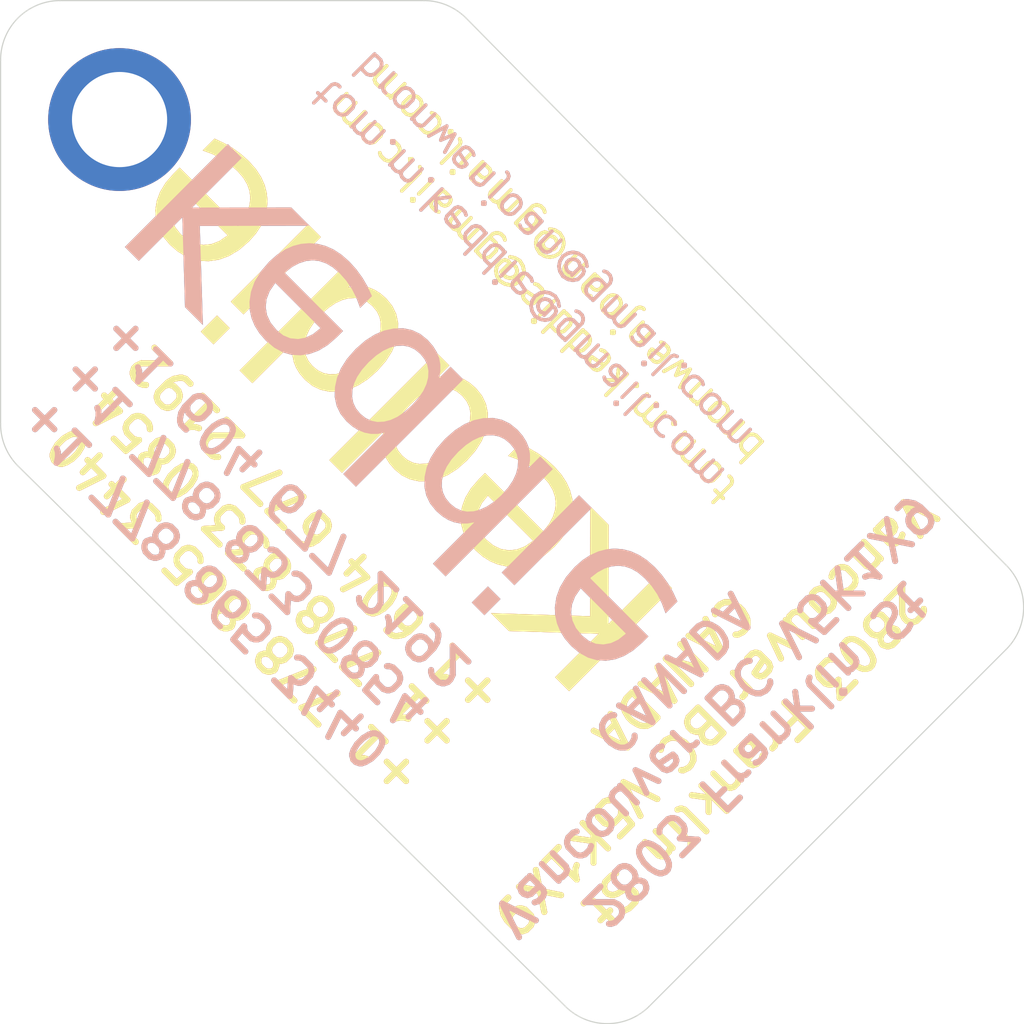
<source format=kicad_pcb>
(kicad_pcb (version 20221018) (generator pcbnew)
  (layers (0 "F.Cu" signal) (31 "B.Cu" signal) (34 "B.Paste" user) (35 "F.Paste" user) (36 "B.SilkS" user "B.Silkscreen") (37 "F.SilkS" user "F.Silkscreen") (38 "B.Mask" user) (39 "F.Mask" user) (44 "Edge.Cuts" user))
  (net 0 "")
  (gr_arc (start 104.535534 134.535534) (mid 101 136) (end 97.464466 134.535534) (stroke (width 0.1)) (layer "Edge.Cuts"))
  (gr_line (start 85.586583 50) (end 55 50) (stroke (width 0.1)) (layer "Edge.Cuts"))
  (gr_arc (start 50 55) (mid 51.464466 51.464466) (end 55 50) (stroke (width 0.1)) (layer "Edge.Cuts"))
  (gr_arc (start 51.464466 89.122117) (mid 50.380602 87.5) (end 50 85.586583) (stroke (width 0.1)) (layer "Edge.Cuts"))
  (gr_line (start 50 55) (end 50 85.586583) (stroke (width 0.1)) (layer "Edge.Cuts"))
  (gr_arc (start 85.586583 50) (mid 87.5 50.380602) (end 89.122117 51.464466) (stroke (width 0.1)) (layer "Edge.Cuts"))
  (gr_line (start 51.464466 89.122117) (end 97.464466 134.535534) (stroke (width 0.1)) (layer "Edge.Cuts"))
  (gr_line (start 134.535534 104.535534) (end 104.535534 134.535534) (stroke (width 0.1)) (layer "Edge.Cuts"))
  (gr_arc (start 134.535534 97.464466) (mid 136 101) (end 134.535534 104.535534) (stroke (width 0.1)) (layer "Edge.Cuts"))
  (gr_line (start 89.122117 51.464466) (end 134.535534 97.464466) (stroke (width 0.1)) (layer "Edge.Cuts"))
  (gr_text "Keddie" (at 84 84 135) (layer "F.Cu") (effects (font (size 12 12))))
  (gr_text "+1 778 865 3440\n+1 778 833 0854\n+1 604 677 2192" (at 73 98 135) (layer "F.Cu") (effects (font (size 3 3) (thickness 0.5) bold)))
  (gr_text "tom.m.keddie@gmail.com\nbronwenjoan@gmail.com" (at 96 73.5 135) (layer "F.Cu") (effects (font (size 2.5 2.5) (thickness 0.3))))
  (gr_text "2803 Franklin St\nVancouver BC V5K1X9\nCANADA" (at 110 110 225) (layer "F.Cu") (effects (font (size 3 3) (thickness 0.5) bold)))
  (gr_text "2803 Franklin St\nVancouver BC V5K1X9\nCANADA" (at 110 110 225) (layer "B.Cu") (effects (font (size 3 3) (thickness 0.5) bold) (justify mirror)))
  (gr_text "Keddie" (at 84.5 84.5 135) (layer "B.Cu") (effects (font (size 12 12)) (justify mirror)))
  (gr_text "tom.m.keddie@gmail.com\nbronwenjoan@gmail.com" (at 95 72.5 135) (layer "B.Cu") (effects (font (size 2.5 2.5) (thickness 0.3)) (justify mirror)))
  (gr_text "+1 778 865 3440\n+1 778 833 0854\n+1 604 677 2192" (at 70.5 95.5 135) (layer "B.Cu") (effects (font (size 3 3) (thickness 0.5) bold) (justify mirror)))
  (gr_text "tom.m.keddie@gmail.com\nbronwenjoan@gmail.com" (at 95 72.5 135) (layer "B.SilkS") (effects (font (size 2.5 2.5) (thickness 0.3)) (justify mirror)))
  (gr_text "Keddie" (at 84.5 84.5 135) (layer "B.SilkS") (effects (font (size 12 12)) (justify mirror)))
  (gr_text "2803 Franklin St\nVancouver BC V5K1X9\nCANADA" (at 110 110 -135) (layer "B.SilkS") (effects (font (size 3 3) (thickness 0.5) bold) (justify mirror)))
  (gr_text "+1 778 865 3440\n+1 778 833 0854\n+1 604 677 2192" (at 70.5 95.5 135) (layer "B.SilkS") (effects (font (size 3 3) (thickness 0.5) bold) (justify mirror)))
  (gr_text "+1 778 865 3440\n+1 778 833 0854\n+1 604 677 2192" (at 73 98 135) (layer "F.SilkS") (effects (font (size 3 3) (thickness 0.5) bold)))
  (gr_text "tom.m.keddie@gmail.com\nbronwenjoan@gmail.com" (at 96 73.5 135) (layer "F.SilkS") (effects (font (size 2.5 2.5) (thickness 0.3))))
  (gr_text "2803 Franklin St\nVancouver BC V5K1X9\nCANADA" (at 110 110 225) (layer "F.SilkS") (effects (font (size 3 3) (thickness 0.5) bold)))
  (gr_text "Keddie" (at 84 84 135) (layer "F.SilkS") (effects (font (size 12 12))))
  (via (at 60 60) (size 12) (drill 8) (layers "F.Cu" "B.Cu") (net 0))
)
</source>
